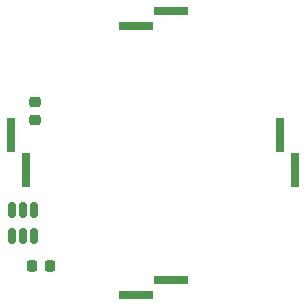
<source format=gbr>
%TF.GenerationSoftware,KiCad,Pcbnew,9.0.7*%
%TF.CreationDate,2026-01-26T10:07:13+01:00*%
%TF.ProjectId,Dice,44696365-2e6b-4696-9361-645f70636258,rev?*%
%TF.SameCoordinates,Original*%
%TF.FileFunction,Paste,Bot*%
%TF.FilePolarity,Positive*%
%FSLAX46Y46*%
G04 Gerber Fmt 4.6, Leading zero omitted, Abs format (unit mm)*
G04 Created by KiCad (PCBNEW 9.0.7) date 2026-01-26 10:07:13*
%MOMM*%
%LPD*%
G01*
G04 APERTURE LIST*
G04 Aperture macros list*
%AMRoundRect*
0 Rectangle with rounded corners*
0 $1 Rounding radius*
0 $2 $3 $4 $5 $6 $7 $8 $9 X,Y pos of 4 corners*
0 Add a 4 corners polygon primitive as box body*
4,1,4,$2,$3,$4,$5,$6,$7,$8,$9,$2,$3,0*
0 Add four circle primitives for the rounded corners*
1,1,$1+$1,$2,$3*
1,1,$1+$1,$4,$5*
1,1,$1+$1,$6,$7*
1,1,$1+$1,$8,$9*
0 Add four rect primitives between the rounded corners*
20,1,$1+$1,$2,$3,$4,$5,0*
20,1,$1+$1,$4,$5,$6,$7,0*
20,1,$1+$1,$6,$7,$8,$9,0*
20,1,$1+$1,$8,$9,$2,$3,0*%
G04 Aperture macros list end*
%ADD10R,3.000000X0.650000*%
%ADD11R,0.650000X3.000000*%
%ADD12RoundRect,0.150000X-0.150000X0.512500X-0.150000X-0.512500X0.150000X-0.512500X0.150000X0.512500X0*%
%ADD13RoundRect,0.225000X0.250000X-0.225000X0.250000X0.225000X-0.250000X0.225000X-0.250000X-0.225000X0*%
%ADD14RoundRect,0.225000X-0.225000X-0.250000X0.225000X-0.250000X0.225000X0.250000X-0.225000X0.250000X0*%
G04 APERTURE END LIST*
D10*
%TO.C,J1*%
X156300000Y-83335000D03*
X159300000Y-82065000D03*
%TD*%
D11*
%TO.C,J4*%
X168565000Y-92600000D03*
X169835000Y-95600000D03*
%TD*%
D10*
%TO.C,J3*%
X159300000Y-104865000D03*
X156300000Y-106135000D03*
%TD*%
D11*
%TO.C,J2*%
X147035000Y-95600000D03*
X145765000Y-92600000D03*
%TD*%
D12*
%TO.C,U1*%
X145800000Y-98912500D03*
X146750000Y-98912500D03*
X147700000Y-98912500D03*
X147700000Y-101187500D03*
X146750000Y-101187500D03*
X145800000Y-101187500D03*
%TD*%
D13*
%TO.C,C2*%
X147750000Y-91325000D03*
X147750000Y-89775000D03*
%TD*%
D14*
%TO.C,C1*%
X147525000Y-103650000D03*
X149075000Y-103650000D03*
%TD*%
M02*

</source>
